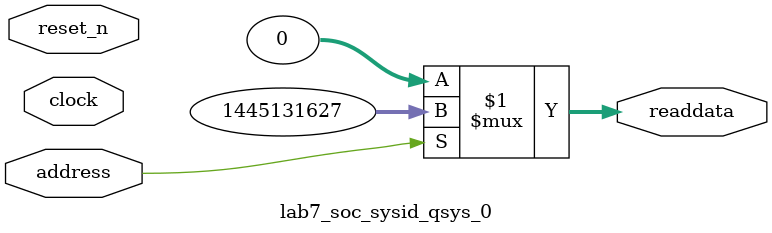
<source format=v>

`timescale 1ns / 1ps
// synthesis translate_on

// turn off superfluous verilog processor warnings 
// altera message_level Level1 
// altera message_off 10034 10035 10036 10037 10230 10240 10030 

module lab7_soc_sysid_qsys_0 (
               // inputs:
                address,
                clock,
                reset_n,

               // outputs:
                readdata
             )
;

  output  [ 31: 0] readdata;
  input            address;
  input            clock;
  input            reset_n;

  wire    [ 31: 0] readdata;
  //control_slave, which is an e_avalon_slave
  assign readdata = address ? 1445131627 : 0;

endmodule




</source>
